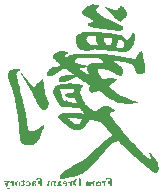
<source format=gbr>
G04 #@! TF.GenerationSoftware,KiCad,Pcbnew,7.0.2*
G04 #@! TF.CreationDate,2023-07-27T23:19:17+09:00*
G04 #@! TF.ProjectId,can_bus,63616e5f-6275-4732-9e6b-696361645f70,rev?*
G04 #@! TF.SameCoordinates,Original*
G04 #@! TF.FileFunction,Legend,Bot*
G04 #@! TF.FilePolarity,Positive*
%FSLAX46Y46*%
G04 Gerber Fmt 4.6, Leading zero omitted, Abs format (unit mm)*
G04 Created by KiCad (PCBNEW 7.0.2) date 2023-07-27 23:19:17*
%MOMM*%
%LPD*%
G01*
G04 APERTURE LIST*
G04 APERTURE END LIST*
G36*
X111792425Y-81617719D02*
G01*
X111795025Y-81622507D01*
X111836073Y-81677492D01*
X111889958Y-81711504D01*
X111925270Y-81728144D01*
X111947962Y-81745772D01*
X111940751Y-81756821D01*
X111903460Y-81760646D01*
X111855443Y-81760646D01*
X111866172Y-81846520D01*
X111870956Y-81914961D01*
X111866329Y-81995887D01*
X111850711Y-82061989D01*
X111825304Y-82105650D01*
X111810851Y-82116934D01*
X111760209Y-82133587D01*
X111698974Y-82132044D01*
X111638085Y-82111937D01*
X111635327Y-82110477D01*
X111606490Y-82090030D01*
X111592442Y-82071354D01*
X111595836Y-82061007D01*
X111619323Y-82065547D01*
X111642733Y-82074452D01*
X111686965Y-82083749D01*
X111717297Y-82074044D01*
X111736067Y-82042357D01*
X111745614Y-81985705D01*
X111748277Y-81901105D01*
X111748277Y-81762444D01*
X111683061Y-81757637D01*
X111656324Y-81754495D01*
X111619947Y-81743410D01*
X111610576Y-81729930D01*
X111628953Y-81718547D01*
X111675819Y-81713754D01*
X111746643Y-81713754D01*
X111751368Y-81631692D01*
X111756092Y-81549631D01*
X111792425Y-81617719D01*
G37*
G36*
X118347057Y-82009544D02*
G01*
X118308522Y-82070760D01*
X118244187Y-82114433D01*
X118185877Y-82129224D01*
X118115788Y-82130431D01*
X118047905Y-82118899D01*
X117995815Y-82095655D01*
X117994271Y-82094511D01*
X117959518Y-82058076D01*
X117926148Y-82007114D01*
X117901064Y-81953842D01*
X117895196Y-81928122D01*
X118039631Y-81928122D01*
X118046935Y-82004210D01*
X118072818Y-82069354D01*
X118093485Y-82093179D01*
X118128380Y-82105463D01*
X118163949Y-82091071D01*
X118196041Y-82052204D01*
X118220505Y-81991061D01*
X118230096Y-81934413D01*
X118227981Y-81871054D01*
X118213793Y-81816167D01*
X118190237Y-81774304D01*
X118160020Y-81750017D01*
X118125849Y-81747855D01*
X118090431Y-81772369D01*
X118078077Y-81788426D01*
X118050236Y-81852417D01*
X118039631Y-81928122D01*
X117895196Y-81928122D01*
X117891169Y-81910473D01*
X117898727Y-81865779D01*
X117931615Y-81807421D01*
X117984669Y-81759007D01*
X118051421Y-81725973D01*
X118125397Y-81713754D01*
X118166921Y-81716282D01*
X118247207Y-81739270D01*
X118308042Y-81784105D01*
X118346610Y-81848204D01*
X118360092Y-81928982D01*
X118360089Y-81930314D01*
X118359415Y-81934413D01*
X118347057Y-82009544D01*
G37*
G36*
X111516411Y-82009544D02*
G01*
X111477876Y-82070760D01*
X111413541Y-82114433D01*
X111355231Y-82129224D01*
X111285142Y-82130431D01*
X111217259Y-82118899D01*
X111165168Y-82095655D01*
X111163625Y-82094511D01*
X111128872Y-82058076D01*
X111095502Y-82007114D01*
X111070418Y-81953842D01*
X111064550Y-81928122D01*
X111208985Y-81928122D01*
X111216288Y-82004210D01*
X111242172Y-82069354D01*
X111262839Y-82093179D01*
X111297734Y-82105463D01*
X111333303Y-82091071D01*
X111365395Y-82052204D01*
X111389859Y-81991061D01*
X111399450Y-81934413D01*
X111397335Y-81871054D01*
X111383147Y-81816167D01*
X111359590Y-81774304D01*
X111329373Y-81750017D01*
X111295202Y-81747855D01*
X111259784Y-81772369D01*
X111247431Y-81788426D01*
X111219590Y-81852417D01*
X111208985Y-81928122D01*
X111064550Y-81928122D01*
X111060523Y-81910473D01*
X111068081Y-81865779D01*
X111100968Y-81807421D01*
X111154023Y-81759007D01*
X111220775Y-81725973D01*
X111294751Y-81713754D01*
X111336274Y-81716282D01*
X111416561Y-81739270D01*
X111477396Y-81784105D01*
X111515964Y-81848204D01*
X111529446Y-81928982D01*
X111529443Y-81930314D01*
X111528769Y-81934413D01*
X111516411Y-82009544D01*
G37*
G36*
X112244273Y-81728210D02*
G01*
X112310899Y-81762061D01*
X112359664Y-81814103D01*
X112378639Y-81860118D01*
X112388245Y-81925523D01*
X112383403Y-81989832D01*
X112363868Y-82039861D01*
X112362864Y-82041266D01*
X112330690Y-82074950D01*
X112289622Y-82105804D01*
X112288313Y-82106590D01*
X112234312Y-82127472D01*
X112172652Y-82135726D01*
X112129955Y-82132640D01*
X112091762Y-82117222D01*
X112051514Y-82082640D01*
X112035218Y-82065134D01*
X112008798Y-82029749D01*
X111998369Y-82004486D01*
X111999309Y-81993345D01*
X112010310Y-81980192D01*
X112029817Y-81991769D01*
X112052960Y-82026143D01*
X112063231Y-82042584D01*
X112103041Y-82075116D01*
X112150191Y-82083977D01*
X112195657Y-82068975D01*
X112230415Y-82029919D01*
X112240387Y-82006988D01*
X112254640Y-81945941D01*
X112256767Y-81881588D01*
X112247693Y-81822282D01*
X112228345Y-81776375D01*
X112199647Y-81752221D01*
X112170985Y-81749309D01*
X112144101Y-81766622D01*
X112117236Y-81810130D01*
X112093117Y-81838570D01*
X112060803Y-81848559D01*
X112032064Y-81837023D01*
X112016956Y-81804524D01*
X112016127Y-81790251D01*
X112025951Y-81761461D01*
X112059164Y-81738094D01*
X112093648Y-81724238D01*
X112168838Y-81714839D01*
X112244273Y-81728210D01*
G37*
G36*
X115492981Y-81863638D02*
G01*
X115503493Y-81936109D01*
X115490634Y-82006598D01*
X115456398Y-82067108D01*
X115402781Y-82109637D01*
X115376598Y-82120274D01*
X115303187Y-82132899D01*
X115227046Y-82126607D01*
X115158378Y-82102987D01*
X115107384Y-82063628D01*
X115096853Y-82048494D01*
X115097124Y-82034327D01*
X115118675Y-82036909D01*
X115157930Y-82056730D01*
X115165406Y-82061094D01*
X115209062Y-82080797D01*
X115244790Y-82088834D01*
X115266322Y-82085335D01*
X115310517Y-82059992D01*
X115347771Y-82017765D01*
X115368771Y-81967754D01*
X115378523Y-81916954D01*
X115235892Y-81916954D01*
X115093262Y-81916954D01*
X115093262Y-81870308D01*
X115101504Y-81834580D01*
X115204658Y-81834580D01*
X115209943Y-81869173D01*
X115215295Y-81873638D01*
X115245246Y-81882266D01*
X115289569Y-81885692D01*
X115304673Y-81885594D01*
X115340427Y-81882457D01*
X115355741Y-81871542D01*
X115358985Y-81848347D01*
X115351392Y-81813999D01*
X115329559Y-81774663D01*
X115314379Y-81757629D01*
X115291464Y-81746862D01*
X115259652Y-81756769D01*
X115248612Y-81763065D01*
X115219429Y-81794955D01*
X115204658Y-81834580D01*
X115101504Y-81834580D01*
X115103321Y-81826705D01*
X115137175Y-81774515D01*
X115160379Y-81753066D01*
X115222347Y-81722790D01*
X115292385Y-81715649D01*
X115362845Y-81730560D01*
X115426079Y-81766443D01*
X115474439Y-81822215D01*
X115486136Y-81848347D01*
X115492981Y-81863638D01*
G37*
G36*
X118707045Y-81713867D02*
G01*
X118754333Y-81717998D01*
X118779401Y-81726630D01*
X118779245Y-81737801D01*
X118750862Y-81749544D01*
X118747861Y-81750386D01*
X118734947Y-81757296D01*
X118726692Y-81772431D01*
X118722067Y-81801550D01*
X118720046Y-81850410D01*
X118719600Y-81924769D01*
X118719611Y-81940808D01*
X118720272Y-82009984D01*
X118722700Y-82054732D01*
X118727923Y-82080812D01*
X118736968Y-82093980D01*
X118750862Y-82099994D01*
X118769115Y-82107383D01*
X118782123Y-82121977D01*
X118779841Y-82124524D01*
X118755218Y-82130283D01*
X118709300Y-82134285D01*
X118649262Y-82135785D01*
X118624750Y-82135535D01*
X118569339Y-82132839D01*
X118530830Y-82127813D01*
X118516400Y-82121241D01*
X118524084Y-82111102D01*
X118551569Y-82101702D01*
X118551747Y-82101677D01*
X118568209Y-82097524D01*
X118578490Y-82086688D01*
X118584039Y-82063026D01*
X118586305Y-82020392D01*
X118586738Y-81952643D01*
X118586702Y-81935552D01*
X118585202Y-81869735D01*
X118580632Y-81826667D01*
X118571799Y-81799329D01*
X118557511Y-81780705D01*
X118533360Y-81763672D01*
X118521108Y-81772160D01*
X118508612Y-81794526D01*
X118484885Y-81826868D01*
X118475700Y-81837416D01*
X118452394Y-81852737D01*
X118427502Y-81845019D01*
X118402165Y-81817826D01*
X118395646Y-81777346D01*
X118415085Y-81739148D01*
X118419603Y-81735002D01*
X118463258Y-81716096D01*
X118514088Y-81719601D01*
X118559691Y-81745015D01*
X118585415Y-81766749D01*
X118601716Y-81776277D01*
X118606624Y-81770452D01*
X118610185Y-81745015D01*
X118611102Y-81734048D01*
X118620591Y-81720977D01*
X118646472Y-81715111D01*
X118696154Y-81713754D01*
X118707045Y-81713867D01*
G37*
G36*
X115862245Y-81713867D02*
G01*
X115909533Y-81717998D01*
X115934601Y-81726630D01*
X115934445Y-81737801D01*
X115906062Y-81749544D01*
X115903061Y-81750386D01*
X115890147Y-81757296D01*
X115881892Y-81772431D01*
X115877267Y-81801550D01*
X115875246Y-81850410D01*
X115874800Y-81924769D01*
X115874811Y-81940808D01*
X115875472Y-82009984D01*
X115877900Y-82054732D01*
X115883123Y-82080812D01*
X115892168Y-82093980D01*
X115906062Y-82099994D01*
X115924315Y-82107383D01*
X115937323Y-82121977D01*
X115935041Y-82124524D01*
X115910418Y-82130283D01*
X115864500Y-82134285D01*
X115804462Y-82135785D01*
X115779950Y-82135535D01*
X115724539Y-82132839D01*
X115686030Y-82127813D01*
X115671600Y-82121241D01*
X115679284Y-82111102D01*
X115706769Y-82101702D01*
X115706947Y-82101677D01*
X115723409Y-82097524D01*
X115733690Y-82086688D01*
X115739239Y-82063026D01*
X115741505Y-82020392D01*
X115741938Y-81952643D01*
X115741902Y-81935552D01*
X115740402Y-81869735D01*
X115735832Y-81826667D01*
X115726999Y-81799329D01*
X115712711Y-81780705D01*
X115688560Y-81763672D01*
X115676308Y-81772160D01*
X115663812Y-81794526D01*
X115640085Y-81826868D01*
X115630900Y-81837416D01*
X115607594Y-81852737D01*
X115582702Y-81845019D01*
X115557365Y-81817826D01*
X115550846Y-81777346D01*
X115570285Y-81739148D01*
X115574803Y-81735002D01*
X115618458Y-81716096D01*
X115669288Y-81719601D01*
X115714891Y-81745015D01*
X115740615Y-81766749D01*
X115756916Y-81776277D01*
X115761824Y-81770452D01*
X115765385Y-81745015D01*
X115766302Y-81734048D01*
X115775791Y-81720977D01*
X115801672Y-81715111D01*
X115851354Y-81713754D01*
X115862245Y-81713867D01*
G37*
G36*
X110938552Y-81713867D02*
G01*
X110985841Y-81717998D01*
X111010909Y-81726630D01*
X111010753Y-81737801D01*
X110982369Y-81749544D01*
X110979368Y-81750386D01*
X110966455Y-81757296D01*
X110958200Y-81772431D01*
X110953575Y-81801550D01*
X110951553Y-81850410D01*
X110951108Y-81924769D01*
X110951118Y-81940808D01*
X110951780Y-82009984D01*
X110954208Y-82054732D01*
X110959431Y-82080812D01*
X110968476Y-82093980D01*
X110982369Y-82099994D01*
X111000622Y-82107383D01*
X111013631Y-82121977D01*
X111011349Y-82124524D01*
X110986726Y-82130283D01*
X110940808Y-82134285D01*
X110880769Y-82135785D01*
X110856257Y-82135535D01*
X110800846Y-82132839D01*
X110762338Y-82127813D01*
X110747908Y-82121241D01*
X110755592Y-82111102D01*
X110783077Y-82101702D01*
X110783254Y-82101677D01*
X110799717Y-82097524D01*
X110809998Y-82086688D01*
X110815547Y-82063026D01*
X110817813Y-82020392D01*
X110818246Y-81952643D01*
X110818210Y-81935552D01*
X110816710Y-81869735D01*
X110812140Y-81826667D01*
X110803307Y-81799329D01*
X110789018Y-81780705D01*
X110764868Y-81763672D01*
X110752616Y-81772160D01*
X110740119Y-81794526D01*
X110716393Y-81826868D01*
X110707208Y-81837416D01*
X110683902Y-81852737D01*
X110659010Y-81845019D01*
X110633673Y-81817826D01*
X110627154Y-81777346D01*
X110646592Y-81739148D01*
X110651110Y-81735002D01*
X110694766Y-81716096D01*
X110745596Y-81719601D01*
X110791199Y-81745015D01*
X110816923Y-81766749D01*
X110833223Y-81776277D01*
X110838132Y-81770452D01*
X110841692Y-81745015D01*
X110842609Y-81734048D01*
X110852099Y-81720977D01*
X110877980Y-81715111D01*
X110927662Y-81713754D01*
X110938552Y-81713867D01*
G37*
G36*
X115016593Y-82057724D02*
G01*
X114991193Y-82105041D01*
X114952790Y-82129003D01*
X114896574Y-82134026D01*
X114833423Y-82116430D01*
X114820452Y-82110819D01*
X114795295Y-82105122D01*
X114784493Y-82116430D01*
X114768790Y-82128315D01*
X114732742Y-82134625D01*
X114686944Y-82134487D01*
X114641598Y-82128632D01*
X114606908Y-82117793D01*
X114593077Y-82102700D01*
X114598054Y-82095026D01*
X114622385Y-82088892D01*
X114633182Y-82086985D01*
X114650962Y-82069360D01*
X114662726Y-82030568D01*
X114669231Y-81967319D01*
X114670101Y-81927723D01*
X114779480Y-81927723D01*
X114783220Y-81965814D01*
X114792711Y-82008631D01*
X114805997Y-82046163D01*
X114821124Y-82068403D01*
X114842398Y-82082524D01*
X114864710Y-82086679D01*
X114886935Y-82070135D01*
X114897802Y-82056260D01*
X114907342Y-82014361D01*
X114891712Y-81970702D01*
X114853047Y-81933859D01*
X114842756Y-81927635D01*
X114808319Y-81908875D01*
X114788491Y-81901323D01*
X114783446Y-81904365D01*
X114779480Y-81927723D01*
X114670101Y-81927723D01*
X114671231Y-81876324D01*
X114671359Y-81841104D01*
X114673339Y-81795131D01*
X114679868Y-81767961D01*
X114693638Y-81751487D01*
X114717347Y-81737601D01*
X114763606Y-81722327D01*
X114830934Y-81714891D01*
X114898858Y-81718701D01*
X114952585Y-81733984D01*
X114977447Y-81752786D01*
X114991662Y-81792369D01*
X114991120Y-81800705D01*
X114976799Y-81826911D01*
X114949715Y-81833262D01*
X114918885Y-81820158D01*
X114893327Y-81788000D01*
X114869070Y-81756577D01*
X114834464Y-81745826D01*
X114799403Y-81763772D01*
X114797758Y-81765460D01*
X114780200Y-81801230D01*
X114791697Y-81837862D01*
X114830363Y-81872593D01*
X114894310Y-81902664D01*
X114934718Y-81920721D01*
X114985958Y-81960555D01*
X115014049Y-82007893D01*
X115014379Y-82014361D01*
X115016593Y-82057724D01*
G37*
G36*
X112875178Y-82057724D02*
G01*
X112849777Y-82105041D01*
X112811374Y-82129003D01*
X112755159Y-82134026D01*
X112692008Y-82116430D01*
X112679036Y-82110819D01*
X112653880Y-82105122D01*
X112643077Y-82116430D01*
X112627375Y-82128315D01*
X112591327Y-82134625D01*
X112545528Y-82134487D01*
X112500182Y-82128632D01*
X112465492Y-82117793D01*
X112451662Y-82102700D01*
X112456638Y-82095026D01*
X112480969Y-82088892D01*
X112491766Y-82086985D01*
X112509547Y-82069360D01*
X112521311Y-82030568D01*
X112527815Y-81967319D01*
X112528685Y-81927723D01*
X112638065Y-81927723D01*
X112641805Y-81965814D01*
X112651295Y-82008631D01*
X112664582Y-82046163D01*
X112679709Y-82068403D01*
X112700982Y-82082524D01*
X112723294Y-82086679D01*
X112745520Y-82070135D01*
X112756387Y-82056260D01*
X112765926Y-82014361D01*
X112750297Y-81970702D01*
X112711632Y-81933859D01*
X112701340Y-81927635D01*
X112666903Y-81908875D01*
X112647076Y-81901323D01*
X112642030Y-81904365D01*
X112638065Y-81927723D01*
X112528685Y-81927723D01*
X112529815Y-81876324D01*
X112529943Y-81841104D01*
X112531924Y-81795131D01*
X112538452Y-81767961D01*
X112552223Y-81751487D01*
X112575932Y-81737601D01*
X112622191Y-81722327D01*
X112689519Y-81714891D01*
X112757443Y-81718701D01*
X112811169Y-81733984D01*
X112836031Y-81752786D01*
X112850246Y-81792369D01*
X112849704Y-81800705D01*
X112835384Y-81826911D01*
X112808300Y-81833262D01*
X112777469Y-81820158D01*
X112751912Y-81788000D01*
X112727654Y-81756577D01*
X112693049Y-81745826D01*
X112657988Y-81763772D01*
X112656342Y-81765460D01*
X112638784Y-81801230D01*
X112650282Y-81837862D01*
X112688948Y-81872593D01*
X112752895Y-81902664D01*
X112793303Y-81920721D01*
X112844542Y-81960555D01*
X112872634Y-82007893D01*
X112872964Y-82014361D01*
X112875178Y-82057724D01*
G37*
G36*
X120090921Y-66833547D02*
G01*
X120116717Y-66848092D01*
X120155776Y-66882533D01*
X120203690Y-66931899D01*
X120256051Y-66991221D01*
X120308452Y-67055528D01*
X120356483Y-67119850D01*
X120395738Y-67179217D01*
X120420158Y-67220668D01*
X120476160Y-67329656D01*
X120511153Y-67427734D01*
X120524380Y-67518873D01*
X120515084Y-67607043D01*
X120482508Y-67696218D01*
X120425896Y-67790367D01*
X120344491Y-67893463D01*
X120237535Y-68009477D01*
X120216484Y-68031037D01*
X120148360Y-68098300D01*
X120092525Y-68149363D01*
X120051750Y-68181788D01*
X120028806Y-68193138D01*
X120001871Y-68188040D01*
X119948761Y-68166423D01*
X119882673Y-68131303D01*
X119809991Y-68086434D01*
X119737099Y-68035568D01*
X119670381Y-67982457D01*
X119620125Y-67935988D01*
X119553919Y-67868974D01*
X119485286Y-67794687D01*
X119422985Y-67722336D01*
X119382388Y-67674041D01*
X119302846Y-67583507D01*
X119213975Y-67486358D01*
X119120687Y-67387680D01*
X119027898Y-67292558D01*
X118940521Y-67206078D01*
X118863471Y-67133324D01*
X118801662Y-67079382D01*
X118788485Y-67068503D01*
X118745436Y-67030785D01*
X118715312Y-67000954D01*
X118703969Y-66984688D01*
X118704653Y-66981539D01*
X118725232Y-66974105D01*
X118773891Y-66978132D01*
X118849875Y-66993449D01*
X118952427Y-67019882D01*
X119080792Y-67057260D01*
X119234213Y-67105411D01*
X119236748Y-67106229D01*
X119362308Y-67146805D01*
X119461515Y-67178621D01*
X119537782Y-67202262D01*
X119594523Y-67218314D01*
X119635152Y-67227362D01*
X119663082Y-67229991D01*
X119681728Y-67226787D01*
X119694502Y-67218335D01*
X119704819Y-67205219D01*
X119716092Y-67188026D01*
X119726029Y-67174367D01*
X119761859Y-67131761D01*
X119810035Y-67080002D01*
X119865746Y-67023664D01*
X119924183Y-66967322D01*
X119980538Y-66915548D01*
X120030000Y-66872916D01*
X120067761Y-66844000D01*
X120089011Y-66833374D01*
X120090921Y-66833547D01*
G37*
G36*
X116632950Y-81851035D02*
G01*
X116638367Y-81936967D01*
X116645939Y-82008582D01*
X116656432Y-82056909D01*
X116671300Y-82086185D01*
X116691998Y-82100644D01*
X116719978Y-82104523D01*
X116737095Y-82107536D01*
X116750123Y-82121445D01*
X116747276Y-82124886D01*
X116722041Y-82130402D01*
X116669620Y-82133583D01*
X116588678Y-82134486D01*
X116477883Y-82133168D01*
X116205643Y-82127969D01*
X116137914Y-82080868D01*
X116123911Y-82070569D01*
X116056713Y-81999431D01*
X116014495Y-81911920D01*
X115999846Y-81813059D01*
X116000705Y-81782443D01*
X116174489Y-81782443D01*
X116175995Y-81868779D01*
X116193162Y-81949859D01*
X116225202Y-82018004D01*
X116271327Y-82065535D01*
X116305262Y-82082226D01*
X116361441Y-82096532D01*
X116416413Y-82099165D01*
X116457046Y-82088499D01*
X116458594Y-82087507D01*
X116468435Y-82077475D01*
X116475435Y-82059586D01*
X116480061Y-82029159D01*
X116482785Y-81981515D01*
X116484074Y-81911974D01*
X116484400Y-81815855D01*
X116484159Y-81757950D01*
X116482936Y-81675900D01*
X116480855Y-81607532D01*
X116478114Y-81558705D01*
X116474912Y-81535278D01*
X116458179Y-81518712D01*
X116419703Y-81510554D01*
X116355553Y-81520191D01*
X116283039Y-81557313D01*
X116225440Y-81618755D01*
X116221619Y-81624719D01*
X116189435Y-81698530D01*
X116174489Y-81782443D01*
X116000705Y-81782443D01*
X116001032Y-81770794D01*
X116011908Y-81705768D01*
X116038446Y-81650220D01*
X116085828Y-81590752D01*
X116126205Y-81551708D01*
X116171909Y-81521772D01*
X116226998Y-81501013D01*
X116296897Y-81487979D01*
X116387029Y-81481222D01*
X116502815Y-81479292D01*
X116528822Y-81479379D01*
X116603522Y-81480676D01*
X116663847Y-81483288D01*
X116704170Y-81486905D01*
X116718862Y-81491216D01*
X116710948Y-81502351D01*
X116684449Y-81518570D01*
X116672361Y-81525554D01*
X116651277Y-81550673D01*
X116637356Y-81592152D01*
X116630036Y-81653621D01*
X116628755Y-81738706D01*
X116631636Y-81815855D01*
X116632950Y-81851035D01*
G37*
G36*
X110499860Y-81713846D02*
G01*
X110554579Y-81715467D01*
X110592835Y-81718691D01*
X110607231Y-81722971D01*
X110599577Y-81735443D01*
X110576287Y-81758141D01*
X110575401Y-81758928D01*
X110556833Y-81785045D01*
X110530706Y-81832984D01*
X110500112Y-81895713D01*
X110468144Y-81966202D01*
X110437896Y-82037423D01*
X110412460Y-82102344D01*
X110394931Y-82153935D01*
X110388400Y-82185167D01*
X110388402Y-82185538D01*
X110397564Y-82223111D01*
X110419674Y-82267707D01*
X110447424Y-82307002D01*
X110473506Y-82328675D01*
X110495230Y-82324461D01*
X110520442Y-82298964D01*
X110529547Y-82286862D01*
X110564121Y-82263670D01*
X110598663Y-82268018D01*
X110625677Y-82299844D01*
X110629715Y-82309284D01*
X110634043Y-82340592D01*
X110615104Y-82370183D01*
X110599166Y-82383972D01*
X110550738Y-82400617D01*
X110496506Y-82393977D01*
X110446715Y-82364405D01*
X110422982Y-82339280D01*
X110398699Y-82304881D01*
X110373621Y-82258504D01*
X110345596Y-82195691D01*
X110312470Y-82111984D01*
X110272088Y-82002923D01*
X110247793Y-81938447D01*
X110213374Y-81856408D01*
X110183726Y-81797519D01*
X110160504Y-81765303D01*
X110158246Y-81763233D01*
X110133050Y-81737634D01*
X110122677Y-81722319D01*
X110133008Y-81718423D01*
X110166992Y-81715051D01*
X110216462Y-81713754D01*
X110230751Y-81713917D01*
X110280938Y-81718237D01*
X110307063Y-81727276D01*
X110306727Y-81739479D01*
X110277529Y-81753293D01*
X110269871Y-81756470D01*
X110254554Y-81774692D01*
X110252984Y-81808448D01*
X110265484Y-81861754D01*
X110292374Y-81938626D01*
X110299423Y-81956937D01*
X110313074Y-81986878D01*
X110324939Y-81996080D01*
X110338156Y-81982391D01*
X110355864Y-81943660D01*
X110381205Y-81877733D01*
X110383536Y-81871506D01*
X110404208Y-81809635D01*
X110410487Y-81770832D01*
X110402322Y-81750744D01*
X110379662Y-81745015D01*
X110369732Y-81743404D01*
X110357138Y-81729385D01*
X110357555Y-81727986D01*
X110376742Y-81720573D01*
X110420259Y-81715582D01*
X110482185Y-81713754D01*
X110499860Y-81713846D01*
G37*
G36*
X119147914Y-81479516D02*
G01*
X119244686Y-81481180D01*
X119316332Y-81484377D01*
X119360813Y-81488995D01*
X119376092Y-81494923D01*
X119371086Y-81503628D01*
X119346745Y-81510554D01*
X119329461Y-81511853D01*
X119308761Y-81520599D01*
X119293986Y-81540984D01*
X119284233Y-81576928D01*
X119278599Y-81632347D01*
X119276183Y-81711159D01*
X119276082Y-81817284D01*
X119276959Y-81902183D01*
X119279425Y-81983560D01*
X119284383Y-82041467D01*
X119292869Y-82080229D01*
X119305921Y-82104172D01*
X119324577Y-82117622D01*
X119349874Y-82124902D01*
X119350694Y-82125074D01*
X119347821Y-82127770D01*
X119318668Y-82130281D01*
X119267916Y-82132334D01*
X119200246Y-82133656D01*
X119142284Y-82133737D01*
X119074627Y-82131605D01*
X119031639Y-82126997D01*
X119016585Y-82120154D01*
X119024691Y-82110294D01*
X119052535Y-82104523D01*
X119074035Y-82102859D01*
X119100048Y-82090632D01*
X119115923Y-82062276D01*
X119123845Y-82012815D01*
X119126000Y-81937274D01*
X119125997Y-81930574D01*
X119124747Y-81865247D01*
X119118943Y-81826308D01*
X119105234Y-81809266D01*
X119080272Y-81809630D01*
X119040709Y-81822911D01*
X119012849Y-81840733D01*
X118990845Y-81885434D01*
X118983534Y-81914778D01*
X118973458Y-81930950D01*
X118964250Y-81917265D01*
X118956322Y-81874549D01*
X118950086Y-81803631D01*
X118949912Y-81800768D01*
X118947857Y-81729046D01*
X118951200Y-81680833D01*
X118959281Y-81658035D01*
X118971446Y-81662561D01*
X118987036Y-81696318D01*
X119001863Y-81725144D01*
X119045572Y-81762592D01*
X119104204Y-81776277D01*
X119115337Y-81771229D01*
X119121844Y-81751775D01*
X119124040Y-81712332D01*
X119122724Y-81647323D01*
X119122017Y-81628296D01*
X119117392Y-81565861D01*
X119105797Y-81528592D01*
X119081438Y-81511559D01*
X119038519Y-81509835D01*
X118971248Y-81518491D01*
X118930276Y-81527641D01*
X118886143Y-81550494D01*
X118840833Y-81592838D01*
X118808652Y-81626951D01*
X118790519Y-81642022D01*
X118783374Y-81637917D01*
X118782123Y-81616708D01*
X118784680Y-81577202D01*
X118791892Y-81528138D01*
X118801662Y-81479292D01*
X119088877Y-81479292D01*
X119147914Y-81479516D01*
G37*
G36*
X113239484Y-81479516D02*
G01*
X113336256Y-81481180D01*
X113407901Y-81484377D01*
X113452382Y-81488995D01*
X113467662Y-81494923D01*
X113462655Y-81503628D01*
X113438314Y-81510554D01*
X113421030Y-81511853D01*
X113400330Y-81520599D01*
X113385555Y-81540984D01*
X113375802Y-81576928D01*
X113370169Y-81632347D01*
X113367753Y-81711159D01*
X113367651Y-81817284D01*
X113368528Y-81902183D01*
X113370995Y-81983560D01*
X113375952Y-82041467D01*
X113384438Y-82080229D01*
X113397490Y-82104172D01*
X113416146Y-82117622D01*
X113441443Y-82124902D01*
X113442263Y-82125074D01*
X113439390Y-82127770D01*
X113410237Y-82130281D01*
X113359485Y-82132334D01*
X113291815Y-82133656D01*
X113233853Y-82133737D01*
X113166197Y-82131605D01*
X113123209Y-82126997D01*
X113108154Y-82120154D01*
X113116260Y-82110294D01*
X113144105Y-82104523D01*
X113165604Y-82102859D01*
X113191617Y-82090632D01*
X113207492Y-82062276D01*
X113215414Y-82012815D01*
X113217569Y-81937274D01*
X113217566Y-81930574D01*
X113216316Y-81865247D01*
X113210512Y-81826308D01*
X113196803Y-81809266D01*
X113171842Y-81809630D01*
X113132278Y-81822911D01*
X113104418Y-81840733D01*
X113082415Y-81885434D01*
X113075103Y-81914778D01*
X113065027Y-81930950D01*
X113055819Y-81917265D01*
X113047891Y-81874549D01*
X113041656Y-81803631D01*
X113041481Y-81800768D01*
X113039427Y-81729046D01*
X113042769Y-81680833D01*
X113050850Y-81658035D01*
X113063015Y-81662561D01*
X113078605Y-81696318D01*
X113093433Y-81725144D01*
X113137142Y-81762592D01*
X113195773Y-81776277D01*
X113206906Y-81771229D01*
X113213414Y-81751775D01*
X113215609Y-81712332D01*
X113214294Y-81647323D01*
X113213586Y-81628296D01*
X113208961Y-81565861D01*
X113197367Y-81528592D01*
X113173007Y-81511559D01*
X113130088Y-81509835D01*
X113062817Y-81518491D01*
X113021846Y-81527641D01*
X112977712Y-81550494D01*
X112932402Y-81592838D01*
X112900222Y-81626951D01*
X112882089Y-81642022D01*
X112874943Y-81637917D01*
X112873692Y-81616708D01*
X112876249Y-81577202D01*
X112883462Y-81528138D01*
X112893231Y-81479292D01*
X113180446Y-81479292D01*
X113239484Y-81479516D01*
G37*
G36*
X117886579Y-66764549D02*
G01*
X117952033Y-66776590D01*
X118027245Y-66791128D01*
X118080022Y-66803045D01*
X118115368Y-66814003D01*
X118138284Y-66825668D01*
X118153775Y-66839703D01*
X118166843Y-66857772D01*
X118179557Y-66881450D01*
X118181791Y-66914454D01*
X118158389Y-66943952D01*
X118106854Y-66974819D01*
X118088248Y-66985452D01*
X118044137Y-67016618D01*
X117994237Y-67057160D01*
X117944705Y-67101449D01*
X117901701Y-67143856D01*
X117871382Y-67178754D01*
X117859908Y-67200514D01*
X117865601Y-67211752D01*
X117890571Y-67241948D01*
X117931170Y-67284851D01*
X117982750Y-67335894D01*
X118040662Y-67390513D01*
X118100259Y-67444142D01*
X118156892Y-67492217D01*
X118213526Y-67537442D01*
X118436295Y-67698918D01*
X118687902Y-67858111D01*
X118966463Y-68014010D01*
X119270093Y-68165604D01*
X119596909Y-68311882D01*
X119945026Y-68451833D01*
X119988748Y-68469455D01*
X120057348Y-68500783D01*
X120114749Y-68531331D01*
X120151755Y-68556445D01*
X120172296Y-68576890D01*
X120212860Y-68644105D01*
X120226438Y-68719761D01*
X120212661Y-68797811D01*
X120171156Y-68872204D01*
X120155319Y-68890247D01*
X120114145Y-68921052D01*
X120057642Y-68942708D01*
X119977877Y-68958770D01*
X119950320Y-68962976D01*
X119907665Y-68969365D01*
X119884092Y-68972724D01*
X119877671Y-68972906D01*
X119842725Y-68971461D01*
X119783677Y-68967735D01*
X119705432Y-68962125D01*
X119612894Y-68955031D01*
X119510970Y-68946850D01*
X119404563Y-68937980D01*
X119298580Y-68928819D01*
X119197924Y-68919767D01*
X119107501Y-68911219D01*
X119032215Y-68903576D01*
X118708213Y-68864994D01*
X118385624Y-68817840D01*
X118085202Y-68764514D01*
X117809140Y-68705447D01*
X117559633Y-68641068D01*
X117338876Y-68571807D01*
X117216428Y-68529200D01*
X117225590Y-68471502D01*
X117229144Y-68449575D01*
X117237195Y-68410973D01*
X117249294Y-68380584D01*
X117269565Y-68355006D01*
X117302130Y-68330835D01*
X117351109Y-68304669D01*
X117420626Y-68273104D01*
X117514801Y-68232738D01*
X117766769Y-68125530D01*
X117590600Y-68032498D01*
X117508935Y-67989265D01*
X117338006Y-67897848D01*
X117192443Y-67818378D01*
X117070337Y-67749623D01*
X116969778Y-67690349D01*
X116888859Y-67639321D01*
X116825671Y-67595307D01*
X116778303Y-67557073D01*
X116744849Y-67523385D01*
X116723398Y-67493010D01*
X116712043Y-67464714D01*
X116708200Y-67438859D01*
X116718302Y-67367926D01*
X116754677Y-67287613D01*
X116815637Y-67200135D01*
X116899494Y-67107709D01*
X117004562Y-67012552D01*
X117129152Y-66916878D01*
X117135190Y-66912935D01*
X117179611Y-66891292D01*
X117248558Y-66864654D01*
X117337197Y-66834784D01*
X117440692Y-66803441D01*
X117696296Y-66729801D01*
X117886579Y-66764549D01*
G37*
G36*
X111551665Y-72463904D02*
G01*
X111571861Y-72487453D01*
X111607833Y-72529753D01*
X111656590Y-72587275D01*
X111715140Y-72656492D01*
X111780490Y-72733877D01*
X111829727Y-72792075D01*
X111944558Y-72926687D01*
X112057891Y-73058073D01*
X112167858Y-73184166D01*
X112272593Y-73302901D01*
X112370230Y-73412210D01*
X112458901Y-73510029D01*
X112536740Y-73594290D01*
X112601881Y-73662927D01*
X112652457Y-73713875D01*
X112686601Y-73745066D01*
X112702447Y-73754435D01*
X112711772Y-73744954D01*
X112735480Y-73713764D01*
X112768794Y-73666326D01*
X112807681Y-73608244D01*
X112882523Y-73502015D01*
X112984942Y-73378398D01*
X113089519Y-73274671D01*
X113191392Y-73196055D01*
X113244581Y-73160656D01*
X113305153Y-73118797D01*
X113353327Y-73083921D01*
X113398481Y-73053369D01*
X113431601Y-73042583D01*
X113451874Y-73056448D01*
X113462151Y-73097069D01*
X113465284Y-73166551D01*
X113465314Y-73170225D01*
X113469480Y-73263733D01*
X113479735Y-73381285D01*
X113495124Y-73516764D01*
X113514691Y-73664054D01*
X113537480Y-73817038D01*
X113562537Y-73969598D01*
X113588904Y-74115617D01*
X113615627Y-74248979D01*
X113641750Y-74363566D01*
X113666316Y-74453261D01*
X113677521Y-74483882D01*
X113701643Y-74541775D01*
X113734579Y-74616190D01*
X113773521Y-74700811D01*
X113815664Y-74789323D01*
X113853289Y-74867409D01*
X113887823Y-74941207D01*
X113911806Y-74996852D01*
X113927116Y-75039727D01*
X113935629Y-75075220D01*
X113939219Y-75108714D01*
X113939763Y-75145596D01*
X113933705Y-75213764D01*
X113899676Y-75328168D01*
X113837282Y-75439894D01*
X113748302Y-75546043D01*
X113634513Y-75643711D01*
X113630521Y-75646633D01*
X113582102Y-75679421D01*
X113541356Y-75702625D01*
X113516742Y-75711386D01*
X113491681Y-75707086D01*
X113440590Y-75687379D01*
X113382441Y-75656687D01*
X113327333Y-75620547D01*
X113285364Y-75584499D01*
X113272806Y-75570204D01*
X113233317Y-75516751D01*
X113200382Y-75461446D01*
X113191721Y-75444873D01*
X113164735Y-75395536D01*
X113127530Y-75329252D01*
X113083831Y-75252630D01*
X113037364Y-75172277D01*
X112969271Y-75054562D01*
X112836807Y-74819831D01*
X112712341Y-74590481D01*
X112589649Y-74354923D01*
X112462511Y-74101569D01*
X112418840Y-74014250D01*
X112362049Y-73903552D01*
X112306448Y-73798040D01*
X112255119Y-73703465D01*
X112211145Y-73625576D01*
X112177609Y-73570123D01*
X112153333Y-73532365D01*
X112104003Y-73455256D01*
X112046595Y-73365177D01*
X111986401Y-73270439D01*
X111928717Y-73179354D01*
X111886643Y-73112824D01*
X111834889Y-73031088D01*
X111788199Y-72957451D01*
X111750447Y-72898026D01*
X111725509Y-72858923D01*
X111721437Y-72852562D01*
X111659202Y-72753190D01*
X111613228Y-72674598D01*
X111581365Y-72612624D01*
X111561462Y-72563110D01*
X111551372Y-72521895D01*
X111548427Y-72500532D01*
X111545976Y-72469189D01*
X111548495Y-72460338D01*
X111551665Y-72463904D01*
G37*
G36*
X117777216Y-81715414D02*
G01*
X117814409Y-81721059D01*
X117828646Y-81729385D01*
X117826196Y-81736399D01*
X117805750Y-81745015D01*
X117781464Y-81754351D01*
X117762437Y-81789487D01*
X117753022Y-81851976D01*
X117752871Y-81943123D01*
X117754379Y-81976268D01*
X117758582Y-82030611D01*
X117765723Y-82064999D01*
X117777944Y-82087222D01*
X117797385Y-82105069D01*
X117836462Y-82135089D01*
X117707508Y-82135437D01*
X117693766Y-82135401D01*
X117633501Y-82133120D01*
X117593226Y-82127816D01*
X117578554Y-82120154D01*
X117581093Y-82113057D01*
X117601702Y-82104523D01*
X117616529Y-82098966D01*
X117632996Y-82067469D01*
X117639536Y-82010631D01*
X117635593Y-81931294D01*
X117633698Y-81914817D01*
X117618210Y-81839478D01*
X117593520Y-81791141D01*
X117558304Y-81766995D01*
X117533141Y-81762847D01*
X117509872Y-81773423D01*
X117494990Y-81804852D01*
X117487090Y-81860512D01*
X117484769Y-81943777D01*
X117485123Y-82002690D01*
X117487192Y-82050993D01*
X117492213Y-82079218D01*
X117501417Y-82093505D01*
X117516031Y-82099994D01*
X117539936Y-82108179D01*
X117548398Y-82118812D01*
X117529922Y-82127599D01*
X117487030Y-82133578D01*
X117422246Y-82135785D01*
X117373887Y-82134637D01*
X117324469Y-82129641D01*
X117298743Y-82121559D01*
X117299233Y-82111356D01*
X117328462Y-82099994D01*
X117337288Y-82097009D01*
X117349245Y-82086474D01*
X117356018Y-82064132D01*
X117359035Y-82023502D01*
X117359723Y-81958103D01*
X117359645Y-81933403D01*
X117357931Y-81874624D01*
X117352747Y-81836755D01*
X117342479Y-81811988D01*
X117325514Y-81792516D01*
X117285275Y-81766182D01*
X117247489Y-81764746D01*
X117219596Y-81790880D01*
X117216977Y-81797558D01*
X117210054Y-81834924D01*
X117205228Y-81891021D01*
X117203415Y-81956466D01*
X117203593Y-81996744D01*
X117205367Y-82047932D01*
X117210204Y-82077910D01*
X117219507Y-82093118D01*
X117234677Y-82099994D01*
X117256289Y-82107165D01*
X117267237Y-82118040D01*
X117251199Y-82127167D01*
X117210811Y-82133447D01*
X117148708Y-82135785D01*
X117137752Y-82135741D01*
X117083803Y-82134101D01*
X117045832Y-82130565D01*
X117031477Y-82125785D01*
X117036886Y-82115868D01*
X117058831Y-82095734D01*
X117069208Y-82085811D01*
X117079066Y-82063094D01*
X117082868Y-82024499D01*
X117081933Y-81962427D01*
X117081441Y-81910987D01*
X117089652Y-81824598D01*
X117109723Y-81763318D01*
X117141117Y-81729265D01*
X117142876Y-81728347D01*
X117198142Y-81714803D01*
X117262498Y-81720051D01*
X117321510Y-81742993D01*
X117329185Y-81747651D01*
X117359012Y-81762904D01*
X117379575Y-81761335D01*
X117405303Y-81742935D01*
X117411902Y-81737994D01*
X117466831Y-81716819D01*
X117527938Y-81719208D01*
X117582819Y-81745015D01*
X117584619Y-81746424D01*
X117614333Y-81767555D01*
X117631819Y-81776277D01*
X117637186Y-81770449D01*
X117641077Y-81745015D01*
X117642801Y-81731169D01*
X117654177Y-81719905D01*
X117682481Y-81714894D01*
X117734862Y-81713754D01*
X117777216Y-81715414D01*
G37*
G36*
X114510385Y-81715414D02*
G01*
X114547578Y-81721059D01*
X114561815Y-81729385D01*
X114559365Y-81736399D01*
X114538919Y-81745015D01*
X114514633Y-81754351D01*
X114495606Y-81789487D01*
X114486192Y-81851976D01*
X114486040Y-81943123D01*
X114487548Y-81976268D01*
X114491751Y-82030611D01*
X114498892Y-82064999D01*
X114511113Y-82087222D01*
X114530554Y-82105069D01*
X114569631Y-82135089D01*
X114440677Y-82135437D01*
X114426936Y-82135401D01*
X114366671Y-82133120D01*
X114326395Y-82127816D01*
X114311723Y-82120154D01*
X114314262Y-82113057D01*
X114334871Y-82104523D01*
X114349698Y-82098966D01*
X114366165Y-82067469D01*
X114372705Y-82010631D01*
X114368762Y-81931294D01*
X114366867Y-81914817D01*
X114351380Y-81839478D01*
X114326689Y-81791141D01*
X114291473Y-81766995D01*
X114266310Y-81762847D01*
X114243041Y-81773423D01*
X114228159Y-81804852D01*
X114220260Y-81860512D01*
X114217938Y-81943777D01*
X114218293Y-82002690D01*
X114220361Y-82050993D01*
X114225382Y-82079218D01*
X114234586Y-82093505D01*
X114249200Y-82099994D01*
X114273106Y-82108179D01*
X114281567Y-82118812D01*
X114263091Y-82127599D01*
X114220199Y-82133578D01*
X114155415Y-82135785D01*
X114107056Y-82134637D01*
X114057638Y-82129641D01*
X114031913Y-82121559D01*
X114032403Y-82111356D01*
X114061631Y-82099994D01*
X114070457Y-82097009D01*
X114082414Y-82086474D01*
X114089187Y-82064132D01*
X114092204Y-82023502D01*
X114092892Y-81958103D01*
X114092814Y-81933403D01*
X114091100Y-81874624D01*
X114085916Y-81836755D01*
X114075648Y-81811988D01*
X114058683Y-81792516D01*
X114018444Y-81766182D01*
X113980658Y-81764746D01*
X113952765Y-81790880D01*
X113950147Y-81797558D01*
X113943224Y-81834924D01*
X113938397Y-81891021D01*
X113936585Y-81956466D01*
X113936763Y-81996744D01*
X113938536Y-82047932D01*
X113943373Y-82077910D01*
X113952676Y-82093118D01*
X113967846Y-82099994D01*
X113989459Y-82107165D01*
X114000406Y-82118040D01*
X113984368Y-82127167D01*
X113943980Y-82133447D01*
X113881877Y-82135785D01*
X113870921Y-82135741D01*
X113816972Y-82134101D01*
X113779001Y-82130565D01*
X113764646Y-82125785D01*
X113770055Y-82115868D01*
X113792000Y-82095734D01*
X113802377Y-82085811D01*
X113812235Y-82063094D01*
X113816038Y-82024499D01*
X113815102Y-81962427D01*
X113814611Y-81910987D01*
X113822821Y-81824598D01*
X113842892Y-81763318D01*
X113874286Y-81729265D01*
X113876045Y-81728347D01*
X113931312Y-81714803D01*
X113995668Y-81720051D01*
X114054679Y-81742993D01*
X114062354Y-81747651D01*
X114092181Y-81762904D01*
X114112744Y-81761335D01*
X114138473Y-81742935D01*
X114145072Y-81737994D01*
X114200000Y-81716819D01*
X114261107Y-81719208D01*
X114315988Y-81745015D01*
X114317788Y-81746424D01*
X114347502Y-81767555D01*
X114364989Y-81776277D01*
X114370355Y-81770449D01*
X114374246Y-81745015D01*
X114375970Y-81731169D01*
X114387346Y-81719905D01*
X114415650Y-81714894D01*
X114468031Y-81713754D01*
X114510385Y-81715414D01*
G37*
G36*
X111384971Y-72190998D02*
G01*
X111426979Y-72193638D01*
X111453566Y-72199618D01*
X111471024Y-72209993D01*
X111485647Y-72225815D01*
X111500032Y-72245923D01*
X111509962Y-72274234D01*
X111502469Y-72302193D01*
X111474977Y-72333496D01*
X111424910Y-72371843D01*
X111349692Y-72420929D01*
X111193385Y-72519116D01*
X111188786Y-72621582D01*
X111188404Y-72632444D01*
X111189420Y-72680217D01*
X111195498Y-72734479D01*
X111207666Y-72801078D01*
X111226952Y-72885864D01*
X111254385Y-72994686D01*
X111281341Y-73099159D01*
X111332948Y-73301579D01*
X111390076Y-73528324D01*
X111451761Y-73775507D01*
X111517040Y-74039245D01*
X111584948Y-74315650D01*
X111654523Y-74600838D01*
X111724798Y-74890923D01*
X111769265Y-75075188D01*
X111811959Y-75252432D01*
X111848482Y-75404699D01*
X111879454Y-75534827D01*
X111905496Y-75645655D01*
X111927229Y-75740022D01*
X111945273Y-75820766D01*
X111960249Y-75890726D01*
X111972778Y-75952741D01*
X111983480Y-76009649D01*
X111992977Y-76064288D01*
X112001888Y-76119499D01*
X112010835Y-76178118D01*
X112020438Y-76242985D01*
X112046602Y-76420991D01*
X112075053Y-76614492D01*
X112099624Y-76780937D01*
X112120722Y-76922460D01*
X112138752Y-77041197D01*
X112154119Y-77139281D01*
X112167230Y-77218846D01*
X112178491Y-77282029D01*
X112188307Y-77330962D01*
X112197084Y-77367781D01*
X112205228Y-77394620D01*
X112213145Y-77413613D01*
X112221241Y-77426895D01*
X112229921Y-77436600D01*
X112239592Y-77444864D01*
X112250659Y-77453819D01*
X112275555Y-77471841D01*
X112318211Y-77489410D01*
X112374031Y-77496424D01*
X112451662Y-77494642D01*
X112453866Y-77494502D01*
X112575984Y-77474058D01*
X112713588Y-77428157D01*
X112865206Y-77357568D01*
X113029362Y-77263060D01*
X113204581Y-77145404D01*
X113389389Y-77005368D01*
X113434515Y-76970361D01*
X113483625Y-76934873D01*
X113519963Y-76911666D01*
X113537881Y-76904573D01*
X113543549Y-76911011D01*
X113552647Y-76941237D01*
X113558218Y-76986675D01*
X113558664Y-76998975D01*
X113555661Y-77044227D01*
X113544638Y-77100057D01*
X113524186Y-77172527D01*
X113492896Y-77267697D01*
X113476820Y-77314078D01*
X113376460Y-77580016D01*
X113271859Y-77817992D01*
X113163320Y-78027600D01*
X113051147Y-78208433D01*
X112935642Y-78360087D01*
X112817110Y-78482155D01*
X112695854Y-78574232D01*
X112572178Y-78635912D01*
X112446385Y-78666788D01*
X112377568Y-78671912D01*
X112275383Y-78672315D01*
X112167318Y-78666640D01*
X112065671Y-78655600D01*
X111982738Y-78639909D01*
X111905550Y-78616189D01*
X111775507Y-78553897D01*
X111667481Y-78469710D01*
X111582338Y-78364573D01*
X111520943Y-78239431D01*
X111484162Y-78095231D01*
X111481575Y-78076564D01*
X111475132Y-78019641D01*
X111467076Y-77938745D01*
X111457836Y-77838604D01*
X111447842Y-77723947D01*
X111437525Y-77599503D01*
X111427313Y-77470000D01*
X111419936Y-77375029D01*
X111402943Y-77166705D01*
X111386236Y-76979596D01*
X111368997Y-76806639D01*
X111350408Y-76640771D01*
X111329650Y-76474928D01*
X111305904Y-76302048D01*
X111278351Y-76115068D01*
X111246175Y-75906923D01*
X111211750Y-75689374D01*
X111170742Y-75435159D01*
X111132786Y-75207025D01*
X111097231Y-75002218D01*
X111063429Y-74817984D01*
X111030729Y-74651568D01*
X110998483Y-74500218D01*
X110966041Y-74361178D01*
X110932754Y-74231694D01*
X110897971Y-74109014D01*
X110861045Y-73990382D01*
X110821325Y-73873044D01*
X110778162Y-73754247D01*
X110730906Y-73631236D01*
X110678909Y-73501258D01*
X110630127Y-73379205D01*
X110566559Y-73211103D01*
X110517200Y-73065921D01*
X110481674Y-72940863D01*
X110459603Y-72833135D01*
X110450609Y-72739942D01*
X110454316Y-72658488D01*
X110470346Y-72585979D01*
X110498321Y-72519620D01*
X110537865Y-72456616D01*
X110576689Y-72410483D01*
X110670273Y-72334731D01*
X110788941Y-72274273D01*
X110930929Y-72229745D01*
X111094470Y-72201780D01*
X111277799Y-72191012D01*
X111321249Y-72190645D01*
X111384971Y-72190998D01*
G37*
G36*
X120535845Y-69736720D02*
G01*
X120559220Y-69771933D01*
X120623460Y-69725398D01*
X120669908Y-69684390D01*
X120732166Y-69612287D01*
X120797578Y-69520603D01*
X120862306Y-69414797D01*
X120922510Y-69300325D01*
X120942321Y-69259734D01*
X120977277Y-69191022D01*
X121003910Y-69144831D01*
X121025140Y-69116994D01*
X121043885Y-69103347D01*
X121063063Y-69099723D01*
X121070546Y-69101138D01*
X121101514Y-69119512D01*
X121139192Y-69152870D01*
X121175263Y-69193224D01*
X121201408Y-69232585D01*
X121211488Y-69259799D01*
X121224866Y-69318361D01*
X121236096Y-69391464D01*
X121244008Y-69469296D01*
X121247433Y-69542048D01*
X121245201Y-69599908D01*
X121242818Y-69618955D01*
X121215297Y-69760879D01*
X121171230Y-69910736D01*
X121113620Y-70061999D01*
X121050545Y-70197259D01*
X121045470Y-70208143D01*
X120969782Y-70342639D01*
X120889560Y-70458962D01*
X120807807Y-70550585D01*
X120722596Y-70619841D01*
X120607093Y-70684058D01*
X120470246Y-70731447D01*
X120454477Y-70735490D01*
X120422668Y-70742335D01*
X120387729Y-70747752D01*
X120347796Y-70751620D01*
X120301003Y-70753819D01*
X120245487Y-70754231D01*
X120179383Y-70752734D01*
X120100828Y-70749210D01*
X120007957Y-70743537D01*
X119898905Y-70735598D01*
X119771808Y-70725271D01*
X119624803Y-70712437D01*
X119456024Y-70696976D01*
X119263608Y-70678768D01*
X119045690Y-70657693D01*
X118800406Y-70633632D01*
X118525892Y-70606464D01*
X118415206Y-70595748D01*
X118281877Y-70583539D01*
X118156366Y-70572779D01*
X118043328Y-70563834D01*
X117947416Y-70557067D01*
X117873286Y-70552845D01*
X117825591Y-70551533D01*
X117823411Y-70551553D01*
X117672810Y-70562784D01*
X117521056Y-70591643D01*
X117383169Y-70635285D01*
X117348818Y-70647644D01*
X117310963Y-70656543D01*
X117266529Y-70660625D01*
X117207328Y-70660582D01*
X117125173Y-70657105D01*
X117040179Y-70650890D01*
X116855420Y-70622130D01*
X116694485Y-70573346D01*
X116556915Y-70504126D01*
X116442247Y-70414062D01*
X116365542Y-70321474D01*
X119640773Y-70321474D01*
X119653824Y-70352074D01*
X119683619Y-70371825D01*
X119731761Y-70384546D01*
X119799850Y-70394055D01*
X119889487Y-70404173D01*
X119905552Y-70406025D01*
X119983645Y-70414757D01*
X120050820Y-70421844D01*
X120100371Y-70426600D01*
X120125589Y-70428338D01*
X120127530Y-70428162D01*
X120153125Y-70414878D01*
X120190934Y-70384638D01*
X120233517Y-70343305D01*
X120270385Y-70302728D01*
X120297786Y-70265513D01*
X120310702Y-70233267D01*
X120313938Y-70197259D01*
X120308912Y-70146718D01*
X120287353Y-70062068D01*
X120251081Y-69965475D01*
X120202573Y-69864337D01*
X120192927Y-69847067D01*
X120131701Y-69767635D01*
X120055582Y-69714820D01*
X119961823Y-69686593D01*
X119950982Y-69684875D01*
X119914453Y-69680503D01*
X119885173Y-69682346D01*
X119860698Y-69693753D01*
X119838587Y-69718076D01*
X119816395Y-69758665D01*
X119791681Y-69818871D01*
X119762000Y-69902045D01*
X119724911Y-70011536D01*
X119724014Y-70014204D01*
X119686089Y-70126390D01*
X119658507Y-70212451D01*
X119642868Y-70276206D01*
X119640773Y-70321474D01*
X116365542Y-70321474D01*
X116350022Y-70302741D01*
X116279778Y-70169756D01*
X116231055Y-70014695D01*
X116203391Y-69837149D01*
X116198379Y-69737740D01*
X116201084Y-69681425D01*
X117109784Y-69681425D01*
X117109801Y-69697821D01*
X117111133Y-69721337D01*
X117116240Y-69743412D01*
X117127601Y-69767545D01*
X117147695Y-69797232D01*
X117179000Y-69835972D01*
X117223996Y-69887261D01*
X117285162Y-69954597D01*
X117364975Y-70041477D01*
X117519514Y-70209508D01*
X117638911Y-70207564D01*
X117706517Y-70203405D01*
X117792541Y-70192274D01*
X117867723Y-70176964D01*
X117928211Y-70161900D01*
X117989939Y-70147947D01*
X118035389Y-70139191D01*
X118093639Y-70130074D01*
X118048025Y-70067107D01*
X118023982Y-70028778D01*
X117983603Y-69939339D01*
X117949786Y-69832548D01*
X117924692Y-69717295D01*
X117910485Y-69602468D01*
X117909966Y-69555183D01*
X118579154Y-69555183D01*
X118581869Y-69596942D01*
X118602147Y-69696869D01*
X118640365Y-69810721D01*
X118694311Y-69932428D01*
X118761769Y-70055919D01*
X118806299Y-70130074D01*
X118833799Y-70175870D01*
X118930380Y-70192689D01*
X118986514Y-70201916D01*
X119039306Y-70207683D01*
X119074476Y-70205480D01*
X119099373Y-70194600D01*
X119121344Y-70174338D01*
X119128938Y-70165689D01*
X119174629Y-70103021D01*
X119219348Y-70026642D01*
X119254842Y-69950394D01*
X119262951Y-69925610D01*
X119275494Y-69875249D01*
X119287809Y-69814921D01*
X119298538Y-69752713D01*
X119306325Y-69696709D01*
X119309813Y-69654998D01*
X119307645Y-69635665D01*
X119307001Y-69635315D01*
X119286100Y-69630613D01*
X119239764Y-69622373D01*
X119172784Y-69611384D01*
X119089952Y-69598436D01*
X118996060Y-69584318D01*
X118990485Y-69583495D01*
X118892703Y-69568938D01*
X118802379Y-69555284D01*
X118725381Y-69543435D01*
X118667578Y-69534295D01*
X118634841Y-69528765D01*
X118632668Y-69528359D01*
X118596834Y-69523819D01*
X118581979Y-69531345D01*
X118579154Y-69555183D01*
X117909966Y-69555183D01*
X117909327Y-69496959D01*
X117911327Y-69460279D01*
X117909034Y-69430161D01*
X117896709Y-69411013D01*
X117869104Y-69399129D01*
X117820972Y-69390802D01*
X117747065Y-69382323D01*
X117724826Y-69380211D01*
X117607805Y-69378771D01*
X117469138Y-69391848D01*
X117467485Y-69392070D01*
X117368796Y-69405817D01*
X117296082Y-69417904D01*
X117244361Y-69430422D01*
X117208648Y-69445458D01*
X117183960Y-69465102D01*
X117165311Y-69491444D01*
X117147720Y-69526571D01*
X117146553Y-69529102D01*
X117119828Y-69607073D01*
X117109784Y-69681425D01*
X116201084Y-69681425D01*
X116204017Y-69620376D01*
X116222433Y-69519627D01*
X116252841Y-69441778D01*
X116276896Y-69406416D01*
X116345122Y-69339443D01*
X116439072Y-69275342D01*
X116555103Y-69215666D01*
X116689570Y-69161966D01*
X116838831Y-69115796D01*
X116999242Y-69078707D01*
X117167160Y-69052251D01*
X117226469Y-69047074D01*
X117336633Y-69043471D01*
X117471365Y-69044259D01*
X117626927Y-69049088D01*
X117799582Y-69057608D01*
X117985592Y-69069469D01*
X118181222Y-69084321D01*
X118382732Y-69101814D01*
X118586387Y-69121598D01*
X118788449Y-69143323D01*
X118985181Y-69166640D01*
X119172845Y-69191198D01*
X119347705Y-69216648D01*
X119506023Y-69242639D01*
X119644062Y-69268822D01*
X119758085Y-69294847D01*
X119803019Y-69306742D01*
X120006477Y-69371619D01*
X120181895Y-69447287D01*
X120328866Y-69533513D01*
X120446985Y-69630068D01*
X120467756Y-69654998D01*
X120535845Y-69736720D01*
G37*
G36*
X117028778Y-75157137D02*
G01*
X117083758Y-75224378D01*
X117137900Y-75277076D01*
X117216940Y-75348327D01*
X117313228Y-75431010D01*
X117422547Y-75521574D01*
X117540680Y-75616472D01*
X117663408Y-75712153D01*
X117668265Y-75715877D01*
X117743162Y-75771625D01*
X117796155Y-75807288D01*
X117828511Y-75823645D01*
X117841499Y-75821473D01*
X117846854Y-75810875D01*
X117879935Y-75775063D01*
X117939823Y-75727612D01*
X118025276Y-75669341D01*
X118135054Y-75601071D01*
X118267914Y-75523619D01*
X118422615Y-75437807D01*
X118427075Y-75435389D01*
X118533511Y-75380798D01*
X118623045Y-75343921D01*
X118702938Y-75324528D01*
X118780450Y-75322387D01*
X118862839Y-75337269D01*
X118957367Y-75368941D01*
X119071292Y-75417173D01*
X119077947Y-75420168D01*
X119152348Y-75455306D01*
X119233693Y-75496179D01*
X119316126Y-75539575D01*
X119393795Y-75582282D01*
X119460845Y-75621089D01*
X119511424Y-75652784D01*
X119539676Y-75674155D01*
X119555741Y-75702078D01*
X119563662Y-75743916D01*
X119561383Y-75771872D01*
X119547330Y-75786656D01*
X119511825Y-75789692D01*
X119503908Y-75789782D01*
X119432004Y-75796144D01*
X119352023Y-75810543D01*
X119277078Y-75830167D01*
X119220281Y-75852207D01*
X119215116Y-75854962D01*
X119165207Y-75888331D01*
X119120506Y-75927541D01*
X119075935Y-75974468D01*
X119136109Y-76089188D01*
X119167948Y-76147477D01*
X119256028Y-76292620D01*
X119366848Y-76457372D01*
X119499867Y-76641051D01*
X119654546Y-76842976D01*
X119830342Y-77062467D01*
X120026718Y-77298844D01*
X120243131Y-77551424D01*
X120479043Y-77819528D01*
X120733912Y-78102475D01*
X120750961Y-78121188D01*
X120893474Y-78276818D01*
X121038021Y-78433324D01*
X121182510Y-78588521D01*
X121324847Y-78740222D01*
X121462939Y-78886242D01*
X121594693Y-79024395D01*
X121718017Y-79152496D01*
X121830817Y-79268357D01*
X121931001Y-79369793D01*
X122016475Y-79454619D01*
X122085147Y-79520649D01*
X122134923Y-79565696D01*
X122174899Y-79599297D01*
X122244203Y-79655637D01*
X122315669Y-79711801D01*
X122384901Y-79764523D01*
X122447506Y-79810532D01*
X122499089Y-79846562D01*
X122535256Y-79869344D01*
X122551613Y-79875609D01*
X122552779Y-79874681D01*
X122563670Y-79852819D01*
X122573551Y-79814961D01*
X122574519Y-79808484D01*
X122571657Y-79751537D01*
X122553535Y-79672444D01*
X122521217Y-79575037D01*
X122475768Y-79463146D01*
X122457741Y-79413495D01*
X122449207Y-79355409D01*
X122459698Y-79314791D01*
X122488097Y-79294833D01*
X122533286Y-79298729D01*
X122534343Y-79299160D01*
X122554490Y-79316543D01*
X122589918Y-79355077D01*
X122637723Y-79411064D01*
X122695002Y-79480803D01*
X122758853Y-79560593D01*
X122826372Y-79646735D01*
X122894656Y-79735527D01*
X122960802Y-79823271D01*
X123021907Y-79906266D01*
X123075067Y-79980811D01*
X123117381Y-80043206D01*
X123126375Y-80061486D01*
X123143349Y-80112518D01*
X123161791Y-80183413D01*
X123180381Y-80267193D01*
X123197799Y-80356884D01*
X123212727Y-80445510D01*
X123223844Y-80526093D01*
X123229830Y-80591659D01*
X123229367Y-80635231D01*
X123228101Y-80643577D01*
X123205426Y-80725664D01*
X123166685Y-80812620D01*
X123118060Y-80892434D01*
X123065735Y-80953096D01*
X123060190Y-80958014D01*
X122988339Y-81005095D01*
X122916626Y-81020996D01*
X122844742Y-81005792D01*
X122831813Y-80998554D01*
X122792222Y-80970936D01*
X122732911Y-80925940D01*
X122656297Y-80865593D01*
X122564798Y-80791925D01*
X122460833Y-80706963D01*
X122346818Y-80612736D01*
X122225172Y-80511273D01*
X122098312Y-80404603D01*
X121968657Y-80294752D01*
X121838624Y-80183751D01*
X121710631Y-80073628D01*
X121587096Y-79966410D01*
X121470436Y-79864127D01*
X121363070Y-79768807D01*
X121267415Y-79682478D01*
X121205214Y-79625278D01*
X121109267Y-79535895D01*
X120996499Y-79429855D01*
X120869973Y-79310074D01*
X120732752Y-79179468D01*
X120587899Y-79040955D01*
X120438477Y-78897452D01*
X120287547Y-78751874D01*
X120138175Y-78607138D01*
X120064864Y-78536755D01*
X119990470Y-78467119D01*
X119925236Y-78407918D01*
X119872422Y-78362047D01*
X119835285Y-78332402D01*
X119817086Y-78321877D01*
X119795905Y-78323502D01*
X119735251Y-78336074D01*
X119657334Y-78359054D01*
X119569326Y-78390008D01*
X119478398Y-78426505D01*
X119391723Y-78466112D01*
X119390279Y-78466821D01*
X119337241Y-78493333D01*
X119293148Y-78517274D01*
X119253586Y-78542191D01*
X119214139Y-78571630D01*
X119170394Y-78609137D01*
X119117936Y-78658258D01*
X119052352Y-78722540D01*
X118969225Y-78805530D01*
X118966267Y-78808496D01*
X118874336Y-78902736D01*
X118774149Y-79008822D01*
X118673408Y-79118383D01*
X118579816Y-79223043D01*
X118501075Y-79314431D01*
X118477590Y-79342420D01*
X118353705Y-79489674D01*
X118245943Y-79616858D01*
X118151159Y-79727469D01*
X118066210Y-79825008D01*
X117987952Y-79912973D01*
X117913240Y-79994862D01*
X117838930Y-80074175D01*
X117761879Y-80154410D01*
X117678941Y-80239066D01*
X117586974Y-80331642D01*
X117450979Y-80466093D01*
X117305236Y-80604985D01*
X117172984Y-80724308D01*
X117050942Y-80826677D01*
X116935825Y-80914711D01*
X116824350Y-80991026D01*
X116713235Y-81058240D01*
X116599196Y-81118968D01*
X116455677Y-81184169D01*
X116243233Y-81262193D01*
X116003920Y-81331863D01*
X115739709Y-81392683D01*
X115452575Y-81444155D01*
X115144489Y-81485782D01*
X115073457Y-81493993D01*
X115012099Y-81501178D01*
X114968802Y-81506351D01*
X114950066Y-81508747D01*
X114940262Y-81505474D01*
X114916082Y-81482678D01*
X114887712Y-81445557D01*
X114861377Y-81402641D01*
X114843300Y-81362459D01*
X114839979Y-81351779D01*
X114832419Y-81309492D01*
X114837399Y-81269310D01*
X114857415Y-81227064D01*
X114894964Y-81178585D01*
X114952542Y-81119705D01*
X115032645Y-81046254D01*
X115103603Y-80983891D01*
X115246022Y-80864533D01*
X115387281Y-80754924D01*
X115532478Y-80651679D01*
X115686709Y-80551413D01*
X115855072Y-80450740D01*
X116042663Y-80346274D01*
X116254580Y-80234631D01*
X116436320Y-80139366D01*
X116594530Y-80052349D01*
X116734146Y-79970023D01*
X116860308Y-79888730D01*
X116978153Y-79804809D01*
X117092821Y-79714601D01*
X117209449Y-79614448D01*
X117333175Y-79500689D01*
X117469138Y-79369666D01*
X117474470Y-79364448D01*
X117566525Y-79275575D01*
X117667348Y-79180178D01*
X117769232Y-79085428D01*
X117864473Y-78998493D01*
X117945364Y-78926543D01*
X117988068Y-78888855D01*
X118084462Y-78801545D01*
X118187711Y-78705628D01*
X118287925Y-78610347D01*
X118375210Y-78524942D01*
X118541787Y-78367926D01*
X118729567Y-78209792D01*
X118921796Y-78065753D01*
X119112302Y-77940415D01*
X119294913Y-77838387D01*
X119362225Y-77804526D01*
X119279282Y-77708746D01*
X119270836Y-77699159D01*
X119232319Y-77657033D01*
X119176608Y-77597547D01*
X119107227Y-77524409D01*
X119027705Y-77441323D01*
X118941567Y-77351994D01*
X118852340Y-77260129D01*
X118822543Y-77229540D01*
X118733759Y-77138082D01*
X118649079Y-77050412D01*
X118572057Y-76970240D01*
X118506249Y-76901273D01*
X118455209Y-76847219D01*
X118422493Y-76811787D01*
X118389410Y-76775583D01*
X118353171Y-76740857D01*
X118319086Y-76719101D01*
X118276526Y-76704049D01*
X118214858Y-76689438D01*
X118188836Y-76683508D01*
X118024478Y-76637997D01*
X117842185Y-76574346D01*
X117638988Y-76491535D01*
X117452103Y-76410794D01*
X117411763Y-76448028D01*
X117407563Y-76452517D01*
X117404577Y-76455709D01*
X117377716Y-76489787D01*
X117338302Y-76543813D01*
X117289402Y-76613454D01*
X117234079Y-76694376D01*
X117175399Y-76782246D01*
X117149004Y-76822031D01*
X117063751Y-76946786D01*
X116989271Y-77048416D01*
X116922387Y-77130342D01*
X116859921Y-77195985D01*
X116798697Y-77248767D01*
X116735537Y-77292109D01*
X116667263Y-77329434D01*
X116658906Y-77333545D01*
X116603404Y-77359549D01*
X116557882Y-77376422D01*
X116512029Y-77386535D01*
X116455536Y-77392262D01*
X116378093Y-77395975D01*
X116375990Y-77396055D01*
X116297810Y-77398181D01*
X116238955Y-77396538D01*
X116187828Y-77389561D01*
X116132832Y-77375683D01*
X116062369Y-77353339D01*
X116050173Y-77349252D01*
X115900992Y-77289472D01*
X115749460Y-77210220D01*
X115593182Y-77109831D01*
X115429765Y-76986643D01*
X115256815Y-76838992D01*
X115071938Y-76665215D01*
X115048292Y-76642035D01*
X114972377Y-76566861D01*
X114901623Y-76495724D01*
X114840362Y-76433044D01*
X114792925Y-76383238D01*
X114779230Y-76368031D01*
X115586937Y-76368031D01*
X115656623Y-76439680D01*
X115660183Y-76443302D01*
X115696486Y-76478422D01*
X115749140Y-76527483D01*
X115812539Y-76585452D01*
X115881077Y-76647298D01*
X115949148Y-76707986D01*
X116011144Y-76762483D01*
X116061461Y-76805758D01*
X116094492Y-76832776D01*
X116121441Y-76844174D01*
X116169225Y-76856364D01*
X116227354Y-76866629D01*
X116283981Y-76874365D01*
X116356215Y-76883731D01*
X116415149Y-76890853D01*
X116494390Y-76899805D01*
X116536127Y-76809764D01*
X116544658Y-76791943D01*
X116576625Y-76729880D01*
X116616029Y-76657913D01*
X116656254Y-76588240D01*
X116677746Y-76551749D01*
X116706119Y-76501870D01*
X116724755Y-76466810D01*
X116730405Y-76452517D01*
X116728986Y-76451767D01*
X116705238Y-76446613D01*
X116657313Y-76439109D01*
X116590882Y-76429959D01*
X116511616Y-76419866D01*
X116425184Y-76409536D01*
X116337257Y-76399671D01*
X116253505Y-76390975D01*
X116179600Y-76384153D01*
X116111914Y-76379277D01*
X116003096Y-76373598D01*
X115890348Y-76369687D01*
X115789484Y-76368192D01*
X115586937Y-76368031D01*
X114779230Y-76368031D01*
X114763646Y-76350727D01*
X114703324Y-76278716D01*
X114743467Y-76198159D01*
X114752549Y-76181239D01*
X114811088Y-76102688D01*
X114887032Y-76034616D01*
X114969421Y-75987251D01*
X114973283Y-75985759D01*
X115018188Y-75973791D01*
X115080501Y-75962840D01*
X115147969Y-75955110D01*
X115151832Y-75954791D01*
X115218100Y-75948763D01*
X115303945Y-75940216D01*
X115398696Y-75930242D01*
X115491685Y-75919934D01*
X115605985Y-75909816D01*
X115780045Y-75902568D01*
X115968669Y-75902483D01*
X116162793Y-75909360D01*
X116353355Y-75922995D01*
X116531292Y-75943186D01*
X116549231Y-75945654D01*
X116642012Y-75957801D01*
X116732566Y-75968762D01*
X116811327Y-75977416D01*
X116868725Y-75982646D01*
X116979511Y-75990648D01*
X116814017Y-75822144D01*
X116797252Y-75804953D01*
X116731461Y-75735426D01*
X116668747Y-75666232D01*
X116615518Y-75604561D01*
X116578185Y-75557603D01*
X116507846Y-75461567D01*
X116249938Y-75471281D01*
X116223919Y-75472137D01*
X116100469Y-75473791D01*
X115961499Y-75472537D01*
X115819568Y-75468579D01*
X115687231Y-75462123D01*
X115596549Y-75456750D01*
X115488304Y-75450887D01*
X115386226Y-75445900D01*
X115298657Y-75442191D01*
X115233938Y-75440165D01*
X115180996Y-75438252D01*
X115107888Y-75430641D01*
X115046295Y-75414678D01*
X114991779Y-75387194D01*
X114939904Y-75345021D01*
X114886230Y-75284989D01*
X114826320Y-75203928D01*
X114755737Y-75098670D01*
X114748849Y-75088104D01*
X114642232Y-74917886D01*
X114535623Y-74736196D01*
X114435739Y-74554822D01*
X114349299Y-74385552D01*
X114263145Y-74208428D01*
X114280561Y-74119829D01*
X114293440Y-74059340D01*
X114331988Y-73920698D01*
X114338644Y-73904120D01*
X114890062Y-73904120D01*
X114891740Y-73922040D01*
X114902079Y-73973700D01*
X114920552Y-74047098D01*
X114945658Y-74137336D01*
X114975899Y-74239515D01*
X115009772Y-74348737D01*
X115045778Y-74460101D01*
X115082416Y-74568709D01*
X115118186Y-74669662D01*
X115151588Y-74758061D01*
X115156613Y-74770826D01*
X115179230Y-74828653D01*
X115197449Y-74875792D01*
X115207712Y-74903053D01*
X115211566Y-74912297D01*
X115222041Y-74920518D01*
X115242660Y-74913744D01*
X115281256Y-74890654D01*
X115302333Y-74877402D01*
X115355386Y-74846664D01*
X115393849Y-74834147D01*
X115426608Y-74840819D01*
X115462549Y-74867644D01*
X115510558Y-74915590D01*
X115601262Y-75009194D01*
X115898163Y-75039935D01*
X115993766Y-75049614D01*
X116081207Y-75058053D01*
X116154642Y-75064722D01*
X116208380Y-75069102D01*
X116236725Y-75070677D01*
X116278387Y-75070677D01*
X116223159Y-74918277D01*
X116207798Y-74875689D01*
X116183818Y-74808423D01*
X116164221Y-74752510D01*
X116152180Y-74716953D01*
X116136430Y-74668029D01*
X115907923Y-74660343D01*
X115855799Y-74658356D01*
X115762176Y-74652842D01*
X115688491Y-74644868D01*
X115627010Y-74633457D01*
X115570000Y-74617629D01*
X115504460Y-74595533D01*
X115424812Y-74562840D01*
X115369650Y-74529412D01*
X115335074Y-74491813D01*
X115317188Y-74446609D01*
X115312092Y-74390363D01*
X115314201Y-74368825D01*
X115331910Y-74332464D01*
X115369877Y-74303629D01*
X115430821Y-74281133D01*
X115517463Y-74263788D01*
X115632523Y-74250404D01*
X115635198Y-74250161D01*
X115739574Y-74238916D01*
X115836482Y-74225304D01*
X115921180Y-74210270D01*
X115988930Y-74194762D01*
X116034988Y-74179726D01*
X116054616Y-74166109D01*
X116055337Y-74163962D01*
X116061129Y-74133654D01*
X116067453Y-74083250D01*
X116073065Y-74022452D01*
X116082289Y-73902833D01*
X116037160Y-73893860D01*
X116017535Y-73892069D01*
X115968555Y-73890010D01*
X115895509Y-73888110D01*
X115802314Y-73886436D01*
X115692893Y-73885057D01*
X115571163Y-73884042D01*
X115441046Y-73883459D01*
X115358899Y-73883289D01*
X115225877Y-73883301D01*
X115119784Y-73883842D01*
X115037785Y-73885017D01*
X114977049Y-73886932D01*
X114934742Y-73889693D01*
X114908031Y-73893408D01*
X114894082Y-73898181D01*
X114890062Y-73904120D01*
X114338644Y-73904120D01*
X114377922Y-73806296D01*
X114430234Y-73718372D01*
X114487918Y-73659165D01*
X114549875Y-73620902D01*
X114653914Y-73574216D01*
X114780762Y-73531941D01*
X114925684Y-73495605D01*
X115083945Y-73466737D01*
X115134210Y-73460408D01*
X115232910Y-73451906D01*
X115351837Y-73444996D01*
X115484329Y-73439817D01*
X115623724Y-73436511D01*
X115763359Y-73435219D01*
X115896571Y-73436083D01*
X116016698Y-73439243D01*
X116117077Y-73444841D01*
X116175105Y-73449862D01*
X116285648Y-73461878D01*
X116396788Y-73476733D01*
X116503995Y-73493573D01*
X116602741Y-73511548D01*
X116688497Y-73529802D01*
X116756734Y-73547483D01*
X116802925Y-73563739D01*
X116822539Y-73577716D01*
X116821693Y-73586218D01*
X116809270Y-73619461D01*
X116785020Y-73671646D01*
X116751401Y-73737616D01*
X116710866Y-73812215D01*
X116689017Y-73851552D01*
X116648428Y-73926108D01*
X116614018Y-73991229D01*
X116588882Y-74041004D01*
X116576116Y-74069522D01*
X116572010Y-74086853D01*
X116572165Y-74116488D01*
X116580046Y-74158189D01*
X116596826Y-74217656D01*
X116623680Y-74300591D01*
X116649350Y-74374845D01*
X116707207Y-74527681D01*
X116770225Y-74677575D01*
X116836146Y-74819996D01*
X116902716Y-74950417D01*
X116967679Y-75064307D01*
X116971872Y-75070677D01*
X117028778Y-75157137D01*
G37*
G36*
X119714724Y-71770432D02*
G01*
X119782329Y-71821738D01*
X119845461Y-71866911D01*
X119900207Y-71902727D01*
X119942651Y-71925959D01*
X119994755Y-71951867D01*
X120083138Y-72012033D01*
X120147992Y-72084569D01*
X120191491Y-72173263D01*
X120215810Y-72281903D01*
X120223126Y-72414276D01*
X120218078Y-72510605D01*
X120199087Y-72601491D01*
X120164294Y-72673097D01*
X120111918Y-72730485D01*
X120099272Y-72740638D01*
X120061772Y-72762641D01*
X120020276Y-72770970D01*
X119966428Y-72766349D01*
X119891870Y-72749498D01*
X119854595Y-72739090D01*
X119726129Y-72693125D01*
X119582784Y-72627265D01*
X119422459Y-72540478D01*
X119243048Y-72431735D01*
X119195374Y-72405102D01*
X119103825Y-72364519D01*
X118995622Y-72325661D01*
X118879408Y-72291534D01*
X118763830Y-72265142D01*
X118738631Y-72260573D01*
X118662344Y-72248539D01*
X118570933Y-72235904D01*
X118472067Y-72223556D01*
X118373419Y-72212383D01*
X118282660Y-72203272D01*
X118207461Y-72197109D01*
X118155494Y-72194783D01*
X118153838Y-72194783D01*
X118111755Y-72200445D01*
X118086757Y-72219580D01*
X118077909Y-72255885D01*
X118084275Y-72313062D01*
X118104919Y-72394810D01*
X118110248Y-72412756D01*
X118126567Y-72460654D01*
X118146878Y-72508165D01*
X118174000Y-72560466D01*
X118210753Y-72622734D01*
X118259956Y-72700145D01*
X118264394Y-72706873D01*
X118324428Y-72797877D01*
X118367451Y-72861990D01*
X118423282Y-72943046D01*
X118465741Y-73001209D01*
X118496638Y-73038789D01*
X118517782Y-73058093D01*
X118530983Y-73061430D01*
X118542780Y-73057285D01*
X118598275Y-73043298D01*
X118674637Y-73029171D01*
X118763978Y-73016098D01*
X118858409Y-73005277D01*
X118950044Y-72997902D01*
X118955319Y-72997607D01*
X119014091Y-72996079D01*
X119090096Y-72996350D01*
X119177948Y-72998164D01*
X119272258Y-73001262D01*
X119367638Y-73005386D01*
X119458700Y-73010280D01*
X119540057Y-73015687D01*
X119606320Y-73021347D01*
X119652101Y-73027005D01*
X119672013Y-73032403D01*
X119672358Y-73045890D01*
X119658771Y-73078241D01*
X119634139Y-73120366D01*
X119603256Y-73164234D01*
X119570915Y-73201811D01*
X119555738Y-73216213D01*
X119510412Y-73255593D01*
X119448386Y-73306803D01*
X119375233Y-73365452D01*
X119296527Y-73427144D01*
X119217840Y-73487488D01*
X119144746Y-73542090D01*
X119082818Y-73586557D01*
X118984928Y-73654709D01*
X119067187Y-73738814D01*
X119201890Y-73867783D01*
X119384286Y-74020288D01*
X119590511Y-74171020D01*
X119822025Y-74320915D01*
X120080287Y-74470910D01*
X120366757Y-74621939D01*
X120682893Y-74774939D01*
X121025138Y-74934259D01*
X121243969Y-74954492D01*
X121272347Y-74957121D01*
X121347787Y-74964171D01*
X121409225Y-74969999D01*
X121450952Y-74974059D01*
X121467258Y-74975808D01*
X121466788Y-74982351D01*
X121456158Y-75005961D01*
X121440660Y-75025353D01*
X121389784Y-75057213D01*
X121310642Y-75085176D01*
X121205059Y-75108663D01*
X121074862Y-75127094D01*
X121059313Y-75128834D01*
X120984713Y-75137739D01*
X120923143Y-75145986D01*
X120880624Y-75152719D01*
X120863180Y-75157087D01*
X120862702Y-75157490D01*
X120839896Y-75161937D01*
X120791354Y-75163467D01*
X120722100Y-75162392D01*
X120637160Y-75159027D01*
X120541558Y-75153683D01*
X120440318Y-75146675D01*
X120338465Y-75138314D01*
X120241025Y-75128915D01*
X120153020Y-75118791D01*
X120079477Y-75108254D01*
X120053548Y-75103783D01*
X119832686Y-75050112D01*
X119603471Y-74967509D01*
X119367130Y-74856668D01*
X119124891Y-74718282D01*
X118877981Y-74553045D01*
X118627627Y-74361651D01*
X118375057Y-74144793D01*
X118210268Y-73995562D01*
X118072866Y-74062835D01*
X118029936Y-74082941D01*
X117914704Y-74129275D01*
X117798849Y-74166164D01*
X117691267Y-74191001D01*
X117600851Y-74201179D01*
X117554098Y-74199889D01*
X117508904Y-74187803D01*
X117463837Y-74159202D01*
X117442250Y-74140620D01*
X117394575Y-74085643D01*
X117353235Y-74020825D01*
X117324084Y-73956163D01*
X117312977Y-73901654D01*
X117313282Y-73892379D01*
X117328578Y-73827105D01*
X117363855Y-73753863D01*
X117414804Y-73681945D01*
X117423763Y-73670712D01*
X117443597Y-73639119D01*
X117447541Y-73620007D01*
X117446873Y-73619103D01*
X117427719Y-73603463D01*
X117389926Y-73577582D01*
X117340913Y-73546568D01*
X117331107Y-73540512D01*
X117279562Y-73507748D01*
X117207774Y-73461174D01*
X117120178Y-73403745D01*
X117021208Y-73338415D01*
X116915299Y-73268139D01*
X116806887Y-73195871D01*
X116700404Y-73124566D01*
X116600288Y-73057177D01*
X116510971Y-72996660D01*
X116436889Y-72945969D01*
X116382477Y-72908059D01*
X116335987Y-72875395D01*
X116289113Y-72846556D01*
X116253126Y-72835703D01*
X116219466Y-72842987D01*
X116179574Y-72868556D01*
X116124892Y-72912560D01*
X116097120Y-72934858D01*
X115907414Y-73064439D01*
X115701015Y-73169137D01*
X115481966Y-73247169D01*
X115254313Y-73296749D01*
X115193738Y-73305237D01*
X115069571Y-73317082D01*
X114971460Y-73317012D01*
X114897295Y-73304771D01*
X114844968Y-73280100D01*
X114812371Y-73242743D01*
X114811083Y-73240209D01*
X114798997Y-73191388D01*
X114797879Y-73126788D01*
X114807048Y-73058746D01*
X114825820Y-72999600D01*
X114826693Y-72997721D01*
X114863966Y-72935878D01*
X114914682Y-72884302D01*
X114981784Y-72841806D01*
X115068217Y-72807206D01*
X115176921Y-72779315D01*
X115310842Y-72756948D01*
X115472922Y-72738920D01*
X115552564Y-72732491D01*
X115650338Y-72728460D01*
X115739322Y-72730641D01*
X115832430Y-72739038D01*
X115932821Y-72749316D01*
X116018582Y-72755338D01*
X116084007Y-72756777D01*
X116125577Y-72753555D01*
X116139776Y-72745600D01*
X116139228Y-72744510D01*
X116121912Y-72729248D01*
X116082955Y-72699553D01*
X116025962Y-72657915D01*
X115954540Y-72606826D01*
X115872298Y-72548778D01*
X115782840Y-72486261D01*
X115689776Y-72421769D01*
X115596711Y-72357792D01*
X115507252Y-72296821D01*
X115425007Y-72241350D01*
X115353583Y-72193868D01*
X115330013Y-72178567D01*
X116532073Y-72178567D01*
X116534837Y-72181380D01*
X116558167Y-72199435D01*
X116602681Y-72232026D01*
X116665275Y-72276936D01*
X116742847Y-72331945D01*
X116832293Y-72394835D01*
X116930509Y-72463387D01*
X116953973Y-72479704D01*
X117060432Y-72553579D01*
X117144235Y-72611237D01*
X117207848Y-72654123D01*
X117253737Y-72683683D01*
X117284366Y-72701365D01*
X117302202Y-72708613D01*
X117309710Y-72706873D01*
X117309354Y-72697593D01*
X117303602Y-72682218D01*
X117294071Y-72659572D01*
X117229463Y-72488352D01*
X117184738Y-72331346D01*
X117157868Y-72181587D01*
X117156848Y-72173580D01*
X117148893Y-72118373D01*
X117141452Y-72077563D01*
X117136017Y-72059483D01*
X117125102Y-72059342D01*
X117088535Y-72064151D01*
X117031830Y-72073516D01*
X116960644Y-72086320D01*
X116880633Y-72101449D01*
X116797456Y-72117786D01*
X116716770Y-72134217D01*
X116644231Y-72149626D01*
X116585497Y-72162898D01*
X116546225Y-72172917D01*
X116532073Y-72178567D01*
X115330013Y-72178567D01*
X115296586Y-72156867D01*
X115257623Y-72132840D01*
X115240301Y-72124277D01*
X115234752Y-72125073D01*
X115221946Y-72130052D01*
X115201878Y-72140936D01*
X115172276Y-72159260D01*
X115130870Y-72186557D01*
X115075388Y-72224363D01*
X115003558Y-72274211D01*
X114913111Y-72337636D01*
X114801774Y-72416172D01*
X114667275Y-72511352D01*
X114558254Y-72587544D01*
X114452183Y-72658526D01*
X114362472Y-72714071D01*
X114284896Y-72756465D01*
X114215231Y-72787993D01*
X114149253Y-72810942D01*
X114082737Y-72827595D01*
X114019890Y-72837236D01*
X113937583Y-72839083D01*
X113868396Y-72828113D01*
X113820315Y-72805013D01*
X113802573Y-72785807D01*
X113777676Y-72728136D01*
X113769720Y-72650800D01*
X113778902Y-72558400D01*
X113805419Y-72455540D01*
X113814312Y-72433319D01*
X113854440Y-72366683D01*
X113912706Y-72296190D01*
X113982159Y-72229632D01*
X114055849Y-72174800D01*
X114131046Y-72131995D01*
X114285447Y-72066256D01*
X114450827Y-72020713D01*
X114616523Y-71998713D01*
X114619487Y-71998546D01*
X114692748Y-71993802D01*
X114765420Y-71988156D01*
X114822186Y-71982795D01*
X114902803Y-71973896D01*
X114908155Y-71895343D01*
X114913508Y-71816789D01*
X114702492Y-71640747D01*
X114659207Y-71604407D01*
X114577653Y-71534899D01*
X114552520Y-71513103D01*
X116109262Y-71513103D01*
X116109987Y-71521461D01*
X116131144Y-71563509D01*
X116179860Y-71610509D01*
X116253802Y-71660543D01*
X116350639Y-71711694D01*
X116473634Y-71763513D01*
X116614418Y-71809833D01*
X116777000Y-71851688D01*
X116966087Y-71890445D01*
X116977352Y-71892526D01*
X117068285Y-71909129D01*
X117134146Y-71920059D01*
X117180070Y-71925283D01*
X117211195Y-71924766D01*
X117232654Y-71918473D01*
X117249584Y-71906370D01*
X117267122Y-71888423D01*
X117293456Y-71863614D01*
X117349387Y-71819846D01*
X117416716Y-71773712D01*
X117486612Y-71730831D01*
X117550242Y-71696826D01*
X117598777Y-71677318D01*
X117626142Y-71672283D01*
X117688974Y-71667617D01*
X117767924Y-71666673D01*
X117853901Y-71669129D01*
X117937817Y-71674666D01*
X118010582Y-71682963D01*
X118063108Y-71693699D01*
X118091125Y-71699688D01*
X118142871Y-71707397D01*
X118209544Y-71715503D01*
X118284578Y-71723404D01*
X118361408Y-71730500D01*
X118433470Y-71736189D01*
X118494199Y-71739869D01*
X118537029Y-71740940D01*
X118555396Y-71738799D01*
X118555715Y-71737779D01*
X118550220Y-71716965D01*
X118534128Y-71674360D01*
X118509631Y-71615490D01*
X118478921Y-71545885D01*
X118457309Y-71499153D01*
X118417181Y-71419818D01*
X118385853Y-71369772D01*
X118363083Y-71348601D01*
X118363002Y-71348571D01*
X118329642Y-71340554D01*
X118270320Y-71330620D01*
X118190213Y-71319359D01*
X118094496Y-71307365D01*
X117988345Y-71295229D01*
X117876937Y-71283543D01*
X117765446Y-71272899D01*
X117659050Y-71263888D01*
X117562923Y-71257103D01*
X117375256Y-71247802D01*
X117190549Y-71242891D01*
X117013015Y-71242253D01*
X116846073Y-71245722D01*
X116693141Y-71253132D01*
X116557639Y-71264316D01*
X116442987Y-71279110D01*
X116352602Y-71297347D01*
X116289905Y-71318862D01*
X116257991Y-71336776D01*
X116202880Y-71378334D01*
X116155295Y-71426334D01*
X116121876Y-71473636D01*
X116109262Y-71513103D01*
X114552520Y-71513103D01*
X114498464Y-71466224D01*
X114428910Y-71404713D01*
X114376259Y-71356695D01*
X114365931Y-71347001D01*
X114316917Y-71299863D01*
X114286206Y-71266181D01*
X114269605Y-71239532D01*
X114262923Y-71213497D01*
X114261967Y-71181654D01*
X114262017Y-71178598D01*
X114273424Y-71088402D01*
X114306630Y-71014199D01*
X114365917Y-70946296D01*
X114397166Y-70919836D01*
X114496246Y-70854904D01*
X114615475Y-70797333D01*
X114746958Y-70750131D01*
X114882800Y-70716309D01*
X115015108Y-70698874D01*
X115067652Y-70697090D01*
X115158812Y-70700258D01*
X115250465Y-70710025D01*
X115337319Y-70725190D01*
X115414084Y-70744554D01*
X115475467Y-70766917D01*
X115516177Y-70791078D01*
X115530923Y-70815839D01*
X115517122Y-70861277D01*
X115474599Y-70908317D01*
X115405877Y-70951969D01*
X115335872Y-70996343D01*
X115294332Y-71045282D01*
X115280889Y-71100032D01*
X115283000Y-71116334D01*
X115295679Y-71154972D01*
X115315155Y-71195747D01*
X115336004Y-71228017D01*
X115352803Y-71241138D01*
X115352846Y-71241138D01*
X115370430Y-71233476D01*
X115406695Y-71213598D01*
X115453844Y-71185778D01*
X115578075Y-71117373D01*
X115738706Y-71044396D01*
X115901585Y-70985303D01*
X115904506Y-70984388D01*
X115941714Y-70973292D01*
X115977634Y-70964249D01*
X116016333Y-70956885D01*
X116061878Y-70950826D01*
X116118335Y-70945696D01*
X116189773Y-70941121D01*
X116280256Y-70936726D01*
X116393854Y-70932137D01*
X116534631Y-70926979D01*
X116582848Y-70925371D01*
X116735220Y-70921497D01*
X116903975Y-70918730D01*
X117084782Y-70917034D01*
X117273310Y-70916371D01*
X117465230Y-70916705D01*
X117656210Y-70918000D01*
X117841920Y-70920219D01*
X118018029Y-70923325D01*
X118180206Y-70927282D01*
X118324122Y-70932054D01*
X118445446Y-70937603D01*
X118539846Y-70943894D01*
X118590525Y-70948336D01*
X118723175Y-70961334D01*
X118871776Y-70977424D01*
X119028478Y-70995648D01*
X119185430Y-71015049D01*
X119334783Y-71034668D01*
X119468687Y-71053547D01*
X119579292Y-71070729D01*
X119595736Y-71073525D01*
X119653640Y-71083754D01*
X119735562Y-71098553D01*
X119837592Y-71117193D01*
X119955818Y-71138942D01*
X120086328Y-71163070D01*
X120225209Y-71188847D01*
X120368551Y-71215543D01*
X120512442Y-71242427D01*
X120652969Y-71268769D01*
X120786221Y-71293838D01*
X120908286Y-71316904D01*
X121015253Y-71337237D01*
X121103209Y-71354107D01*
X121168243Y-71366782D01*
X121206442Y-71374533D01*
X121218660Y-71376698D01*
X121236407Y-71374596D01*
X121251091Y-71359718D01*
X121267095Y-71326460D01*
X121288801Y-71269216D01*
X121291096Y-71263025D01*
X121321208Y-71189873D01*
X121358933Y-71108074D01*
X121396666Y-71034198D01*
X121402266Y-71024041D01*
X121439310Y-70962871D01*
X121478629Y-70911768D01*
X121528116Y-70861568D01*
X121595662Y-70803104D01*
X121643731Y-70764123D01*
X121706525Y-70717653D01*
X121754008Y-70690065D01*
X121790207Y-70679194D01*
X121819152Y-70682872D01*
X121821035Y-70684172D01*
X121832601Y-70708666D01*
X121847169Y-70761336D01*
X121864147Y-70839790D01*
X121882948Y-70941637D01*
X121896075Y-71014454D01*
X121918358Y-71130593D01*
X121943977Y-71257923D01*
X121970707Y-71385437D01*
X121996321Y-71502125D01*
X121997259Y-71506279D01*
X122020258Y-71608215D01*
X122042403Y-71706621D01*
X122062183Y-71794758D01*
X122078085Y-71865884D01*
X122088596Y-71913261D01*
X122098133Y-71962368D01*
X122111599Y-72097937D01*
X122106205Y-72226561D01*
X122082812Y-72343179D01*
X122042281Y-72442727D01*
X121985471Y-72520143D01*
X121963896Y-72540424D01*
X121899061Y-72585961D01*
X121824316Y-72614756D01*
X121733201Y-72628742D01*
X121619259Y-72629854D01*
X121605699Y-72629351D01*
X121540979Y-72626235D01*
X121497852Y-72621154D01*
X121468051Y-72611671D01*
X121443307Y-72595350D01*
X121415353Y-72569754D01*
X121386313Y-72538867D01*
X121336536Y-72467200D01*
X121292912Y-72375314D01*
X121252563Y-72257689D01*
X121228222Y-72183088D01*
X121169650Y-72046157D01*
X121100712Y-71936868D01*
X121020267Y-71853601D01*
X120927176Y-71794731D01*
X120898084Y-71782021D01*
X120807722Y-71750109D01*
X120690855Y-71716802D01*
X120550763Y-71682917D01*
X120390729Y-71649274D01*
X120214034Y-71616693D01*
X120155133Y-71606664D01*
X120034723Y-71586975D01*
X119914281Y-71568244D01*
X119798215Y-71551078D01*
X119690934Y-71536083D01*
X119596844Y-71523865D01*
X119520356Y-71515030D01*
X119465876Y-71510185D01*
X119437814Y-71509936D01*
X119434384Y-71514465D01*
X119446620Y-71534823D01*
X119477871Y-71568403D01*
X119524221Y-71611980D01*
X119581756Y-71662328D01*
X119646562Y-71716220D01*
X119673669Y-71737779D01*
X119714724Y-71770432D01*
G37*
M02*

</source>
